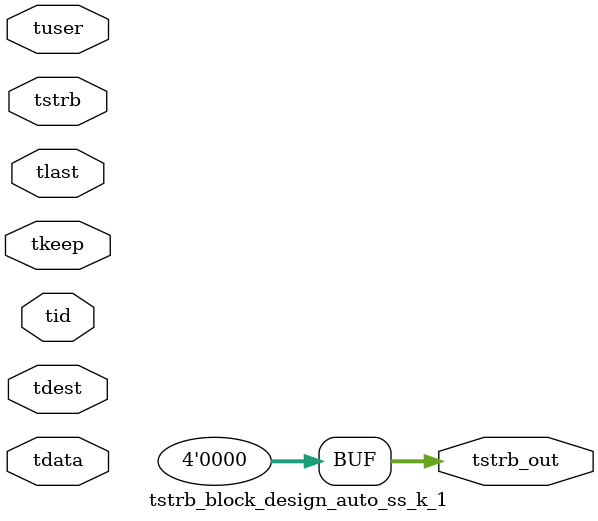
<source format=v>


`timescale 1ps/1ps

module tstrb_block_design_auto_ss_k_1 #
(
parameter C_S_AXIS_TDATA_WIDTH = 32,
parameter C_S_AXIS_TUSER_WIDTH = 0,
parameter C_S_AXIS_TID_WIDTH   = 0,
parameter C_S_AXIS_TDEST_WIDTH = 0,
parameter C_M_AXIS_TDATA_WIDTH = 32
)
(
input  [(C_S_AXIS_TDATA_WIDTH == 0 ? 1 : C_S_AXIS_TDATA_WIDTH)-1:0     ] tdata,
input  [(C_S_AXIS_TUSER_WIDTH == 0 ? 1 : C_S_AXIS_TUSER_WIDTH)-1:0     ] tuser,
input  [(C_S_AXIS_TID_WIDTH   == 0 ? 1 : C_S_AXIS_TID_WIDTH)-1:0       ] tid,
input  [(C_S_AXIS_TDEST_WIDTH == 0 ? 1 : C_S_AXIS_TDEST_WIDTH)-1:0     ] tdest,
input  [(C_S_AXIS_TDATA_WIDTH/8)-1:0 ] tkeep,
input  [(C_S_AXIS_TDATA_WIDTH/8)-1:0 ] tstrb,
input                                                                    tlast,
output [(C_M_AXIS_TDATA_WIDTH/8)-1:0 ] tstrb_out
);

assign tstrb_out = {1'b0};

endmodule


</source>
